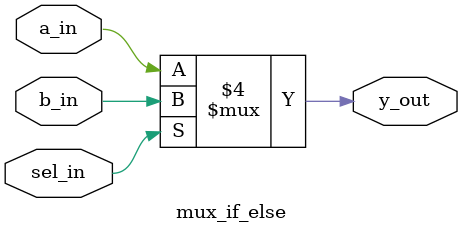
<source format=v>
`timescale 1ns / 1ps


module mux_if_else(input a_in,
                   input b_in,
                   input sel_in,
                   output reg y_out

    );
    always@*
    if(sel_in==1)
       y_out=b_in;
     else
       y_out=a_in;
      
endmodule

</source>
